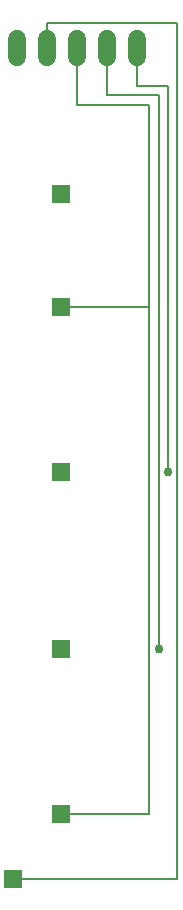
<source format=gbr>
G04 EAGLE Gerber RS-274X export*
G75*
%MOMM*%
%FSLAX34Y34*%
%LPD*%
%INBottom Copper*%
%IPPOS*%
%AMOC8*
5,1,8,0,0,1.08239X$1,22.5*%
G01*
%ADD10R,1.508000X1.508000*%
%ADD11C,1.524000*%
%ADD12C,0.200000*%
%ADD13C,0.756400*%


D10*
X70000Y595000D03*
X70000Y455000D03*
X70000Y305000D03*
X70000Y165000D03*
X70000Y690000D03*
X30000Y110000D03*
D11*
X33200Y806380D02*
X33200Y821620D01*
X58600Y821620D02*
X58600Y806380D01*
X84000Y806380D02*
X84000Y821620D01*
X109400Y821620D02*
X109400Y806380D01*
X134800Y806380D02*
X134800Y821620D01*
D12*
X58600Y814000D02*
X58600Y835000D01*
X168840Y835000D02*
X168840Y110000D01*
X30000Y110000D01*
X58600Y835000D02*
X168840Y835000D01*
X84000Y814000D02*
X84000Y766000D01*
X145000Y766000D01*
X145000Y595000D02*
X70000Y595000D01*
X70000Y165000D02*
X145000Y165000D01*
X145000Y766000D01*
X109400Y774000D02*
X109400Y814000D01*
X109400Y774000D02*
X153000Y774000D01*
D13*
X153000Y305000D03*
D12*
X153000Y774000D01*
D13*
X161000Y455058D03*
D12*
X161000Y782000D01*
X134800Y782000D02*
X134800Y814000D01*
X134800Y782000D02*
X161000Y782000D01*
M02*

</source>
